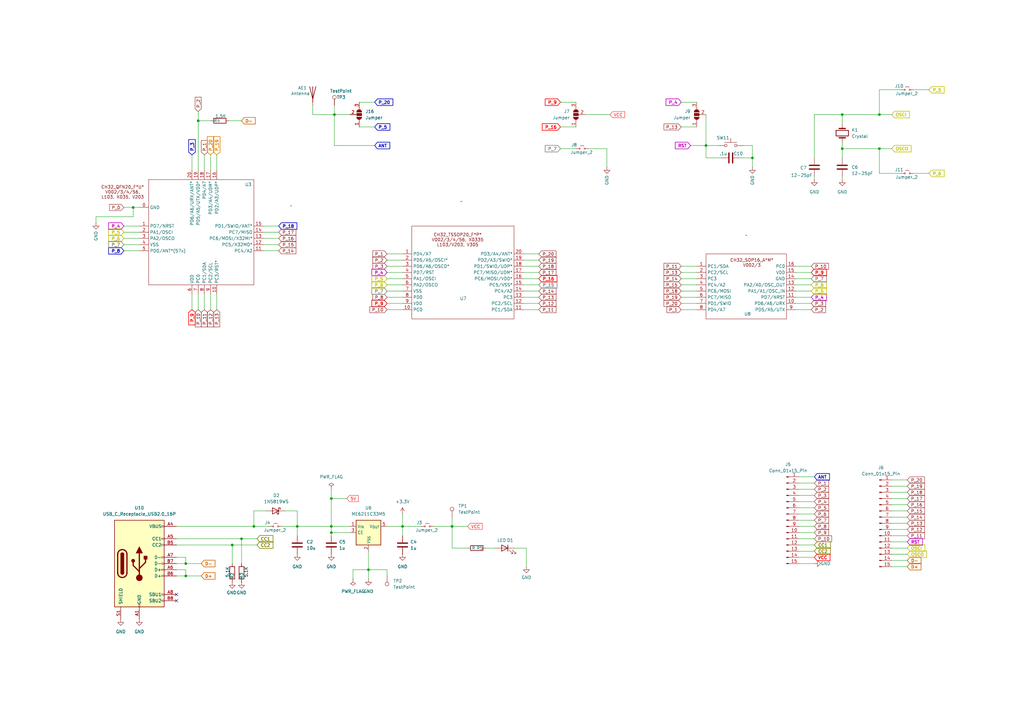
<source format=kicad_sch>
(kicad_sch (version 20250114) (generator "eeschema") (generator_version "9.0")
  (paper "A3")
  (lib_symbols
    (symbol "Connector:Conn_01x15_Pin" (pin_names (offset 1.016) (hide yes))
      (property "Reference" "J" (at 0 20.32 0))
      (property "Value" "Conn_01x15_Pin" (at 0 -20.32 0))
      (symbol "Conn_01x15_Pin_1_1"
        (pin passive line (at 5.08 17.78 180) (length 3.81) (name "Pin_1") (number "1"))
        (pin passive line (at 5.08 15.24 180) (length 3.81) (name "Pin_2") (number "2"))
        (pin passive line (at 5.08 12.7 180) (length 3.81) (name "Pin_3") (number "3"))
        (pin passive line (at 5.08 10.16 180) (length 3.81) (name "Pin_4") (number "4"))
        (pin passive line (at 5.08 7.62 180) (length 3.81) (name "Pin_5") (number "5"))
        (pin passive line (at 5.08 5.08 180) (length 3.81) (name "Pin_6") (number "6"))
        (pin passive line (at 5.08 2.54 180) (length 3.81) (name "Pin_7") (number "7"))
        (pin passive line (at 5.08 0 180) (length 3.81) (name "Pin_8") (number "8"))
        (pin passive line (at 5.08 -2.54 180) (length 3.81) (name "Pin_9") (number "9"))
        (pin passive line (at 5.08 -5.08 180) (length 3.81) (name "Pin_10") (number "10"))
        (pin passive line (at 5.08 -7.62 180) (length 3.81) (name "Pin_11") (number "11"))
        (pin passive line (at 5.08 -10.16 180) (length 3.81) (name "Pin_12") (number "12"))
        (pin passive line (at 5.08 -12.7 180) (length 3.81) (name "Pin_13") (number "13"))
        (pin passive line (at 5.08 -15.24 180) (length 3.81) (name "Pin_14") (number "14"))
        (pin passive line (at 5.08 -17.78 180) (length 3.81) (name "Pin_15") (number "15"))
      )
    )
    (symbol "Connector:TestPoint" (pin_numbers (hide yes)) (pin_names (offset 0.762) (hide yes))
      (property "Reference" "TP" (at 0 6.858 0))
      (property "Value" "TestPoint" (at 0 5.08 0))
      (symbol "TestPoint_1_1"
        (pin passive line (at 0 0 90) (length 2.54) (name "1") (number "1"))
      )
    )
    (symbol "Connector:USB_C_Receptacle_USB2.0_16P" (pin_names (offset 1.016))
      (property "Reference" "J" (at 0 22.225 0))
      (property "Value" "USB_C_Receptacle_USB2.0_16P" (at 0 19.685 0))
      (symbol "USB_C_Receptacle_USB2.0_16P_1_1"
        (pin passive line (at -7.62 -22.86 90) (length 5.08) (name "SHIELD") (number "S1"))
        (pin passive line (at 0 -22.86 90) (length 5.08) (name "GND") (number "A1"))
        (pin passive line (at 0 -22.86 90) (length 5.08) (hide yes) (name "GND") (number "A12"))
        (pin passive line (at 0 -22.86 90) (length 5.08) (hide yes) (name "GND") (number "B1"))
        (pin passive line (at 0 -22.86 90) (length 5.08) (hide yes) (name "GND") (number "B12"))
        (pin passive line (at 15.24 15.24 180) (length 5.08) (name "VBUS") (number "A4"))
        (pin passive line (at 15.24 15.24 180) (length 5.08) (hide yes) (name "VBUS") (number "A9"))
        (pin passive line (at 15.24 15.24 180) (length 5.08) (hide yes) (name "VBUS") (number "B4"))
        (pin passive line (at 15.24 15.24 180) (length 5.08) (hide yes) (name "VBUS") (number "B9"))
        (pin bidirectional line (at 15.24 10.16 180) (length 5.08) (name "CC1") (number "A5"))
        (pin bidirectional line (at 15.24 7.62 180) (length 5.08) (name "CC2") (number "B5"))
        (pin bidirectional line (at 15.24 2.54 180) (length 5.08) (name "D-") (number "A7"))
        (pin bidirectional line (at 15.24 0 180) (length 5.08) (name "D-") (number "B7"))
        (pin bidirectional line (at 15.24 -2.54 180) (length 5.08) (name "D+") (number "A6"))
        (pin bidirectional line (at 15.24 -5.08 180) (length 5.08) (name "D+") (number "B6"))
        (pin bidirectional line (at 15.24 -12.7 180) (length 5.08) (name "SBU1") (number "A8"))
        (pin bidirectional line (at 15.24 -15.24 180) (length 5.08) (name "SBU2") (number "B8"))
      )
    )
    (symbol "Device:Antenna" (pin_numbers (hide yes)) (pin_names (offset 1.016) (hide yes))
      (property "Reference" "AE" (at -1.905 1.905 0))
      (property "Value" "Antenna" (at -1.905 0 0))
      (symbol "Antenna_1_1"
        (pin input line (at 0 -5.08 90) (length 2.54) (name "A") (number "1"))
      )
    )
    (symbol "Device:C" (pin_numbers (hide yes)) (pin_names (offset 0.254))
      (property "Reference" "C" (at 0.635 2.54 0))
      (property "Value" "C" (at 0.635 -2.54 0))
      (symbol "C_1_1"
        (pin passive line (at 0 3.81 270) (length 2.794) (name "~") (number "1"))
        (pin passive line (at 0 -3.81 90) (length 2.794) (name "~") (number "2"))
      )
    )
    (symbol "Device:Crystal" (pin_numbers (hide yes)) (pin_names (offset 1.016) (hide yes))
      (property "Reference" "Y" (at 0 3.81 0))
      (property "Value" "Crystal" (at 0 -3.81 0))
      (symbol "Crystal_1_1"
        (pin passive line (at -3.81 0 0) (length 1.27) (name "1") (number "1"))
        (pin passive line (at 3.81 0 180) (length 1.27) (name "2") (number "2"))
      )
    )
    (symbol "Device:LED" (pin_numbers (hide yes)) (pin_names (offset 1.016) (hide yes))
      (property "Reference" "D" (at 0 2.54 0))
      (property "Value" "LED" (at 0 -2.54 0))
      (symbol "LED_1_1"
        (pin passive line (at -3.81 0 0) (length 2.54) (name "K") (number "1"))
        (pin passive line (at 3.81 0 180) (length 2.54) (name "A") (number "2"))
      )
    )
    (symbol "Device:R" (pin_numbers (hide yes)) (pin_names (offset 0))
      (property "Reference" "R" (at 2.032 0 90))
      (property "Value" "R" (at 0 0 90))
      (symbol "R_1_1"
        (pin passive line (at 0 3.81 270) (length 1.27) (name "~") (number "1"))
        (pin passive line (at 0 -3.81 90) (length 1.27) (name "~") (number "2"))
      )
    )
    (symbol "Diode:1N5819WS" (pin_numbers (hide yes)) (pin_names (offset 1.016) (hide yes))
      (property "Reference" "D" (at 0 2.54 0))
      (property "Value" "1N5819WS" (at 0 -2.54 0))
      (symbol "1N5819WS_1_1"
        (pin passive line (at -3.81 0 0) (length 2.54) (name "K") (number "1"))
        (pin passive line (at 3.81 0 180) (length 2.54) (name "A") (number "2"))
      )
    )
    (symbol "GND_1" (power) (pin_numbers (hide yes)) (pin_names (offset 0) (hide yes))
      (property "Value" "GND" (at 0 -3.81 0))
      (symbol "GND_1_1_1"
        (pin power_in line (at 0 0 270) (length 0) (name "~") (number "1"))
      )
    )
    (symbol "IOT-Mess:CH32_QFN20_F*U*"
      (property "Reference" "U" (at -1.524 -7.874 0))
      (symbol "CH32_QFN20_F*U*_1_1"
        (text "CH32_QFN20_F*U*\nV002/3/4/56,\nL103, X035, V203\n" (at -33.528 16.51 0) (effects (font (size 1.27 1.27))))
        (pin bidirectional line (at -26.67 10.16 0) (length 3.81) (name "GND") (number "0"))
        (pin bidirectional line (at -26.67 2.54 0) (length 3.81) (name "PD7/NRST") (number "1"))
        (pin bidirectional line (at -26.67 0 0) (length 3.81) (name "PA1/OSCI") (number "2"))
        (pin bidirectional line (at -26.67 -2.54 0) (length 3.81) (name "PA2/OSCO") (number "3"))
        (pin bidirectional line (at -26.67 -5.08 0) (length 3.81) (name "VSS") (number "4"))
        (pin bidirectional line (at -26.67 -7.62 0) (length 3.81) (name "PD0/ANT*(57x)") (number "5"))
        (pin bidirectional line (at -5.08 25.4 270) (length 3.81) (name "PD6/A6/URX/ANT*") (number "20"))
        (pin bidirectional line (at -5.08 -25.4 90) (length 3.81) (name "VDD") (number "6"))
        (pin bidirectional line (at -2.54 25.4 270) (length 3.81) (name "PD5/A5/UTX/VDD*") (number "19"))
        (pin bidirectional line (at -2.54 -25.4 90) (length 3.81) (name "PC0") (number "7"))
        (pin bidirectional line (at 0 25.4 270) (length 3.81) (name "PD4/A7") (number "18"))
        (pin bidirectional line (at 0 -25.4 90) (length 3.81) (name "PC1/SDA") (number "8"))
        (pin bidirectional line (at 2.54 25.4 270) (length 3.81) (name "PD3/A4/UDM*") (number "17"))
        (pin bidirectional line (at 2.54 -25.4 90) (length 3.81) (name "PC2/SCL") (number "9"))
        (pin bidirectional line (at 5.08 25.4 270) (length 3.81) (name "PD2/A3/UDP*") (number "16"))
        (pin bidirectional line (at 5.08 -25.4 90) (length 3.81) (name "PC3/RST*") (number "10"))
        (pin bidirectional line (at 24.13 2.54 180) (length 3.81) (name "PD1/SWIO/ANT*") (number "15"))
        (pin bidirectional line (at 24.13 0 180) (length 3.81) (name "PC7/MISO") (number "14"))
        (pin bidirectional line (at 24.13 -2.54 180) (length 3.81) (name "PC6/MOSI/X32MI*") (number "13"))
        (pin bidirectional line (at 24.13 -5.08 180) (length 3.81) (name "PC5/X32MO*") (number "12"))
        (pin bidirectional line (at 24.13 -7.62 180) (length 3.81) (name "PC4/A2") (number "11"))
      )
    )
    (symbol "IOT-Mess:CH32_SOP16_A*M*"
      (property "Reference" "U" (at -0.254 -11.938 0))
      (symbol "CH32_SOP16_A*M*_1_1"
        (text "CH32_SOP16_A*M*\nV002/3\n" (at 2.286 9.144 0) (effects (font (size 1.27 1.27))))
        (pin bidirectional line (at -20.32 7.62 0) (length 3.81) (name "PC1/SDA") (number "1"))
        (pin bidirectional line (at -20.32 5.08 0) (length 3.81) (name "PC2/SCL") (number "2"))
        (pin bidirectional line (at -20.32 2.54 0) (length 3.81) (name "PC3") (number "3"))
        (pin bidirectional line (at -20.32 0 0) (length 3.81) (name "PC4/A2") (number "4"))
        (pin bidirectional line (at -20.32 -2.54 0) (length 3.81) (name "PC6/MOSI") (number "5"))
        (pin bidirectional line (at -20.32 -5.08 0) (length 3.81) (name "PC7/MISO") (number "6"))
        (pin bidirectional line (at -20.32 -7.62 0) (length 3.81) (name "PD1/SWIO") (number "7"))
        (pin bidirectional line (at -20.32 -10.16 0) (length 3.81) (name "PD4/A7") (number "8"))
        (pin bidirectional line (at 20.32 7.62 180) (length 3.81) (name "PC0") (number "16"))
        (pin bidirectional line (at 20.32 5.08 180) (length 3.81) (name "VDD") (number "15"))
        (pin bidirectional line (at 20.32 2.54 180) (length 3.81) (name "GND") (number "14"))
        (pin bidirectional line (at 20.32 0 180) (length 3.81) (name "PA2/A0/OSC_OUT") (number "13"))
        (pin bidirectional line (at 20.32 -2.54 180) (length 3.81) (name "PA1/A1/OSC_IN") (number "12"))
        (pin bidirectional line (at 20.32 -5.08 180) (length 3.81) (name "PD7/NRST") (number "11"))
        (pin bidirectional line (at 20.32 -7.62 180) (length 3.81) (name "PD6/A6/URX") (number "10"))
        (pin bidirectional line (at 20.32 -10.16 180) (length 3.81) (name "PD5/A5/UTX") (number "9"))
      )
    )
    (symbol "IOT-Mess:CH32_TSSOP20_F*P*"
      (property "Reference" "U" (at 14.732 15.748 0))
      (symbol "CH32_TSSOP20_F*P*_1_1"
        (text "CH32_TSSOP20_F*P*\nV002/3/4/56, X0335\nL103/V203, V305\n" (at -1.524 13.462 0) (effects (font (size 1.27 1.27))))
        (pin bidirectional line (at -24.13 7.62 0) (length 3.81) (name "PD4/A7") (number "1"))
        (pin bidirectional line (at -24.13 5.08 0) (length 3.81) (name "PD5/A5/OSCI*") (number "2"))
        (pin bidirectional line (at -24.13 2.54 0) (length 3.81) (name "PD6/A6/OSCO*") (number "3"))
        (pin bidirectional line (at -24.13 0 0) (length 3.81) (name "PD7/RST") (number "4"))
        (pin bidirectional line (at -24.13 -2.54 0) (length 3.81) (name "PA1/OSCI") (number "5"))
        (pin bidirectional line (at -24.13 -5.08 0) (length 3.81) (name "PA2/OSCO") (number "6"))
        (pin bidirectional line (at -24.13 -7.62 0) (length 3.81) (name "VSS") (number "7"))
        (pin bidirectional line (at -24.13 -10.16 0) (length 3.81) (name "PD0") (number "8"))
        (pin bidirectional line (at -24.13 -12.7 0) (length 3.81) (name "VDD") (number "9"))
        (pin bidirectional line (at -24.13 -15.24 0) (length 3.81) (name "PC0") (number "10"))
        (pin bidirectional line (at 25.4 7.62 180) (length 3.81) (name "PD3/A4/ANT*") (number "20"))
        (pin bidirectional line (at 25.4 5.08 180) (length 3.81) (name "PD2/A3/SWIO*") (number "19"))
        (pin bidirectional line (at 25.4 2.54 180) (length 3.81) (name "PD1/SWIO/UDP*") (number "18"))
        (pin bidirectional line (at 25.4 0 180) (length 3.81) (name "PC7/MISO/UDM*") (number "17"))
        (pin bidirectional line (at 25.4 -2.54 180) (length 3.81) (name "PC6/MOSI/VDD*") (number "16"))
        (pin bidirectional line (at 25.4 -5.08 180) (length 3.81) (name "PC5/VSS*") (number "15"))
        (pin bidirectional line (at 25.4 -7.62 180) (length 3.81) (name "PC4/A2") (number "14"))
        (pin bidirectional line (at 25.4 -10.16 180) (length 3.81) (name "PC3") (number "13"))
        (pin bidirectional line (at 25.4 -12.7 180) (length 3.81) (name "PC2/SCL") (number "12"))
        (pin bidirectional line (at 25.4 -15.24 180) (length 3.81) (name "PC1/SDA") (number "11"))
      )
    )
    (symbol "Jumper:Jumper_2_Small_Open" (pin_numbers (hide yes)) (pin_names (offset 0) (hide yes))
      (property "Reference" "JP" (at 0 2.794 0))
      (property "Value" "Jumper_2_Small_Open" (at 0 -2.286 0))
      (symbol "Jumper_2_Small_Open_1_1"
        (pin passive line (at -2.54 0 0) (length 1.27) (name "A") (number "1"))
        (pin passive line (at 2.54 0 180) (length 1.27) (name "B") (number "2"))
      )
    )
    (symbol "Jumper:SolderJumper_3_Open" (pin_names (offset 0) (hide yes)) (in_bom no)
      (property "Reference" "JP" (at -2.54 -2.54 0))
      (property "Value" "SolderJumper_3_Open" (at 0 2.794 0))
      (symbol "SolderJumper_3_Open_1_1"
        (pin passive line (at -5.08 0 0) (length 2.54) (name "A") (number "1"))
        (pin passive line (at 0 -3.81 90) (length 2.54) (name "C") (number "2"))
        (pin passive line (at 5.08 0 180) (length 2.54) (name "B") (number "3"))
      )
    )
    (symbol "Regulator_Linear:ME6211C33M5"
      (property "Reference" "U" (at -4.572 6.35 0))
      (property "Value" "ME6211C33M5" (at 10.16 8.636 0))
      (symbol "ME6211C33M5_1_1"
        (pin power_in line (at -7.62 2.54 0) (length 2.54) (name "V_{IN}") (number "1"))
        (pin input line (at -7.62 0 0) (length 2.54) (name "CE") (number "3"))
        (pin power_in line (at 0 -7.62 90) (length 2.54) (name "V_{SS}") (number "2"))
        (pin no_connect line (at 5.08 0 180) (length 2.54) (hide yes) (name "NC") (number "4"))
        (pin power_out line (at 7.62 2.54 180) (length 2.54) (name "V_{OUT}") (number "5"))
      )
    )
    (symbol "Switch:SW_Push" (pin_numbers (hide yes)) (pin_names (offset 1.016) (hide yes))
      (property "Reference" "SW" (at 1.27 2.54 0))
      (property "Value" "SW_Push" (at 0 -1.524 0))
      (symbol "SW_Push_0_1"
        (pin passive line (at -5.08 0 0) (length 2.54) (name "1") (number "1"))
        (pin passive line (at 5.08 0 180) (length 2.54) (name "2") (number "2"))
      )
    )
    (symbol "power:+3.3V" (power) (pin_numbers (hide yes)) (pin_names (offset 0) (hide yes))
      (property "Value" "+3.3V" (at 0 3.556 0))
      (symbol "+3.3V_1_1"
        (pin power_in line (at 0 0 90) (length 0) (name "~") (number "1"))
      )
    )
    (symbol "power:GND" (power) (pin_names (offset 0))
      (property "Value" "GND" (at 0 -3.81 0))
      (symbol "GND_1_1"
        (pin power_in line (at 0 0 270) (length 0) (hide yes) (name "GND") (number "1"))
      )
    )
    (symbol "power:PWR_FLAG" (power) (pin_numbers (hide yes)) (pin_names (offset 0) (hide yes))
      (property "Value" "PWR_FLAG" (at 0 3.81 0))
      (symbol "PWR_FLAG_0_0"
        (pin power_out line (at 0 0 90) (length 0) (name "~") (number "1"))
      )
    )
  )
  (junction (at 345.44 60.96))
  (junction (at 95.25 223.52))
  (junction (at 151.13 233.68))
  (junction (at 360.68 46.99))
  (junction (at 76.2 236.22))
  (junction (at 135.89 204.47))
  (junction (at 289.56 59.69))
  (junction (at 308.61 64.77))
  (junction (at 76.2 231.14))
  (junction (at 99.06 220.98))
  (junction (at 345.44 46.99))
  (junction (at 165.1 215.9))
  (junction (at 360.68 60.96))
  (junction (at 137.16 46.99))
  (junction (at 121.92 215.9))
  (junction (at 54.61 85.09))
  (junction (at 185.42 215.9))
  (junction (at 81.28 49.53))
  (junction (at 135.89 218.44))
  (junction (at 104.14 215.9))
  (junction (at 135.89 215.9))
  (no_connect (at 72.39 246.38))
  (no_connect (at 72.39 243.84))
  (wire (pts (xy 334.01 46.99) (xy 345.44 46.99)))
  (wire (pts (xy 279.4 121.92) (xy 285.75 121.92)))
  (wire (pts (xy 93.98 49.53) (xy 99.06 49.53)))
  (wire (pts (xy 72.39 233.68) (xy 76.2 233.68)))
  (wire (pts (xy 241.3 60.96) (xy 248.92 60.96)))
  (wire (pts (xy 107.95 92.71) (xy 114.3 92.71)))
  (wire (pts (xy 295.91 64.77) (xy 289.56 64.77)))
  (wire (pts (xy 345.44 60.96) (xy 345.44 64.77)))
  (wire (pts (xy 360.68 71.12) (xy 360.68 60.96)))
  (wire (pts (xy 165.1 104.14) (xy 158.75 104.14)))
  (wire (pts (xy 334.01 215.9) (xy 327.66 215.9)))
  (wire (pts (xy 285.75 116.84) (xy 279.4 116.84)))
  (wire (pts (xy 57.15 100.33) (xy 50.8 100.33)))
  (wire (pts (xy 72.39 231.14) (xy 76.2 231.14)))
  (wire (pts (xy 104.14 209.55) (xy 109.22 209.55)))
  (wire (pts (xy 369.57 71.12) (xy 360.68 71.12)))
  (wire (pts (xy 165.1 106.68) (xy 158.75 106.68)))
  (wire (pts (xy 137.16 43.18) (xy 137.16 46.99)))
  (wire (pts (xy 214.63 114.3) (xy 220.98 114.3)))
  (wire (pts (xy 142.24 204.47) (xy 135.89 204.47)))
  (wire (pts (xy 135.89 204.47) (xy 135.89 215.9)))
  (wire (pts (xy 334.01 208.28) (xy 327.66 208.28)))
  (wire (pts (xy 121.92 209.55) (xy 121.92 215.9)))
  (wire (pts (xy 308.61 64.77) (xy 303.53 64.77)))
  (wire (pts (xy 334.01 203.2) (xy 327.66 203.2)))
  (wire (pts (xy 72.39 228.6) (xy 76.2 228.6)))
  (wire (pts (xy 369.57 36.83) (xy 360.68 36.83)))
  (wire (pts (xy 214.63 111.76) (xy 220.98 111.76)))
  (wire (pts (xy 214.63 119.38) (xy 220.98 119.38)))
  (wire (pts (xy 372.11 207.01) (xy 365.76 207.01)))
  (wire (pts (xy 240.03 46.99) (xy 250.19 46.99)))
  (wire (pts (xy 372.11 199.39) (xy 365.76 199.39)))
  (wire (pts (xy 327.66 226.06) (xy 334.01 226.06)))
  (wire (pts (xy 345.44 58.42) (xy 345.44 60.96)))
  (wire (pts (xy 57.15 102.87) (xy 50.8 102.87)))
  (wire (pts (xy 308.61 68.58) (xy 308.61 64.77)))
  (wire (pts (xy 214.63 124.46) (xy 220.98 124.46)))
  (wire (pts (xy 107.95 97.79) (xy 114.3 97.79)))
  (wire (pts (xy 285.75 114.3) (xy 279.4 114.3)))
  (wire (pts (xy 137.16 59.69) (xy 137.16 46.99)))
  (wire (pts (xy 88.9 127) (xy 88.9 120.65)))
  (wire (pts (xy 285.75 124.46) (xy 279.4 124.46)))
  (wire (pts (xy 185.42 212.09) (xy 185.42 215.9)))
  (wire (pts (xy 365.76 229.87) (xy 372.11 229.87)))
  (wire (pts (xy 39.37 88.9) (xy 54.61 88.9)))
  (wire (pts (xy 229.87 52.07) (xy 236.22 52.07)))
  (wire (pts (xy 99.06 220.98) (xy 105.41 220.98)))
  (wire (pts (xy 172.72 215.9) (xy 165.1 215.9)))
  (wire (pts (xy 365.76 227.33) (xy 372.11 227.33)))
  (wire (pts (xy 334.01 210.82) (xy 327.66 210.82)))
  (wire (pts (xy 151.13 233.68) (xy 151.13 237.49)))
  (wire (pts (xy 360.68 36.83) (xy 360.68 46.99)))
  (wire (pts (xy 185.42 224.79) (xy 185.42 215.9)))
  (wire (pts (xy 334.01 72.39) (xy 334.01 73.66)))
  (wire (pts (xy 345.44 60.96) (xy 360.68 60.96)))
  (wire (pts (xy 326.39 121.92) (xy 332.74 121.92)))
  (wire (pts (xy 95.25 223.52) (xy 95.25 231.14)))
  (wire (pts (xy 326.39 114.3) (xy 332.74 114.3)))
  (wire (pts (xy 308.61 59.69) (xy 304.8 59.69)))
  (wire (pts (xy 372.11 212.09) (xy 365.76 212.09)))
  (wire (pts (xy 57.15 95.25) (xy 50.8 95.25)))
  (wire (pts (xy 95.25 223.52) (xy 105.41 223.52)))
  (wire (pts (xy 81.28 127) (xy 81.28 120.65)))
  (wire (pts (xy 107.95 102.87) (xy 114.3 102.87)))
  (wire (pts (xy 115.57 215.9) (xy 121.92 215.9)))
  (wire (pts (xy 345.44 46.99) (xy 360.68 46.99)))
  (wire (pts (xy 326.39 116.84) (xy 332.74 116.84)))
  (wire (pts (xy 334.01 231.14) (xy 327.66 231.14)))
  (wire (pts (xy 289.56 59.69) (xy 283.21 59.69)))
  (wire (pts (xy 165.1 114.3) (xy 158.75 114.3)))
  (wire (pts (xy 137.16 46.99) (xy 143.51 46.99)))
  (wire (pts (xy 360.68 46.99) (xy 365.76 46.99)))
  (wire (pts (xy 365.76 224.79) (xy 372.11 224.79)))
  (wire (pts (xy 39.37 88.9) (xy 39.37 91.44)))
  (wire (pts (xy 165.1 121.92) (xy 158.75 121.92)))
  (wire (pts (xy 88.9 69.85) (xy 88.9 63.5)))
  (wire (pts (xy 365.76 232.41) (xy 372.11 232.41)))
  (wire (pts (xy 214.63 104.14) (xy 220.98 104.14)))
  (wire (pts (xy 107.95 95.25) (xy 114.3 95.25)))
  (wire (pts (xy 72.39 236.22) (xy 76.2 236.22)))
  (wire (pts (xy 214.63 106.68) (xy 220.98 106.68)))
  (wire (pts (xy 214.63 116.84) (xy 220.98 116.84)))
  (wire (pts (xy 50.8 85.09) (xy 54.61 85.09)))
  (wire (pts (xy 372.11 209.55) (xy 365.76 209.55)))
  (wire (pts (xy 372.11 196.85) (xy 365.76 196.85)))
  (wire (pts (xy 327.66 228.6) (xy 334.01 228.6)))
  (wire (pts (xy 334.01 213.36) (xy 327.66 213.36)))
  (wire (pts (xy 294.64 59.69) (xy 289.56 59.69)))
  (wire (pts (xy 151.13 226.06) (xy 151.13 233.68)))
  (wire (pts (xy 165.1 210.82) (xy 165.1 215.9)))
  (wire (pts (xy 345.44 72.39) (xy 345.44 73.66)))
  (wire (pts (xy 289.56 59.69) (xy 289.56 64.77)))
  (wire (pts (xy 128.27 46.99) (xy 128.27 43.18)))
  (wire (pts (xy 372.11 201.93) (xy 365.76 201.93)))
  (wire (pts (xy 229.87 41.91) (xy 236.22 41.91)))
  (wire (pts (xy 214.63 121.92) (xy 220.98 121.92)))
  (wire (pts (xy 365.76 222.25) (xy 372.11 222.25)))
  (wire (pts (xy 135.89 200.66) (xy 135.89 204.47)))
  (wire (pts (xy 248.92 60.96) (xy 248.92 68.58)))
  (wire (pts (xy 81.28 69.85) (xy 81.28 49.53)))
  (wire (pts (xy 135.89 218.44) (xy 135.89 215.9)))
  (wire (pts (xy 72.39 215.9) (xy 104.14 215.9)))
  (wire (pts (xy 327.66 195.58) (xy 334.01 195.58)))
  (wire (pts (xy 72.39 220.98) (xy 99.06 220.98)))
  (wire (pts (xy 372.11 214.63) (xy 365.76 214.63)))
  (wire (pts (xy 326.39 119.38) (xy 332.74 119.38)))
  (wire (pts (xy 215.9 232.41) (xy 215.9 224.79)))
  (wire (pts (xy 326.39 124.46) (xy 332.74 124.46)))
  (wire (pts (xy 104.14 215.9) (xy 110.49 215.9)))
  (wire (pts (xy 76.2 236.22) (xy 82.55 236.22)))
  (wire (pts (xy 326.39 111.76) (xy 332.74 111.76)))
  (wire (pts (xy 81.28 49.53) (xy 86.36 49.53)))
  (wire (pts (xy 285.75 111.76) (xy 279.4 111.76)))
  (wire (pts (xy 135.89 219.71) (xy 135.89 218.44)))
  (wire (pts (xy 214.63 109.22) (xy 220.98 109.22)))
  (wire (pts (xy 158.75 233.68) (xy 151.13 233.68)))
  (wire (pts (xy 54.61 88.9) (xy 54.61 85.09)))
  (wire (pts (xy 135.89 218.44) (xy 143.51 218.44)))
  (wire (pts (xy 57.15 92.71) (xy 50.8 92.71)))
  (wire (pts (xy 360.68 60.96) (xy 365.76 60.96)))
  (wire (pts (xy 285.75 127) (xy 279.4 127)))
  (wire (pts (xy 144.78 233.68) (xy 151.13 233.68)))
  (wire (pts (xy 158.75 236.22) (xy 158.75 233.68)))
  (wire (pts (xy 165.1 116.84) (xy 158.75 116.84)))
  (wire (pts (xy 121.92 219.71) (xy 121.92 215.9)))
  (wire (pts (xy 372.11 217.17) (xy 365.76 217.17)))
  (wire (pts (xy 374.65 36.83) (xy 381 36.83)))
  (wire (pts (xy 327.66 223.52) (xy 334.01 223.52)))
  (wire (pts (xy 285.75 119.38) (xy 279.4 119.38)))
  (wire (pts (xy 203.2 224.79) (xy 199.39 224.79)))
  (wire (pts (xy 144.78 233.68) (xy 144.78 237.49)))
  (wire (pts (xy 165.1 127) (xy 158.75 127)))
  (wire (pts (xy 214.63 127) (xy 220.98 127)))
  (wire (pts (xy 86.36 127) (xy 86.36 120.65)))
  (wire (pts (xy 279.4 109.22) (xy 285.75 109.22)))
  (wire (pts (xy 147.32 41.91) (xy 153.67 41.91)))
  (wire (pts (xy 374.65 71.12) (xy 381 71.12)))
  (wire (pts (xy 334.01 205.74) (xy 327.66 205.74)))
  (wire (pts (xy 334.01 220.98) (xy 327.66 220.98)))
  (wire (pts (xy 99.06 220.98) (xy 99.06 231.14)))
  (wire (pts (xy 165.1 215.9) (xy 165.1 219.71)))
  (wire (pts (xy 334.01 200.66) (xy 327.66 200.66)))
  (wire (pts (xy 165.1 109.22) (xy 158.75 109.22)))
  (wire (pts (xy 137.16 59.69) (xy 153.67 59.69)))
  (wire (pts (xy 326.39 127) (xy 332.74 127)))
  (wire (pts (xy 191.77 224.79) (xy 185.42 224.79)))
  (wire (pts (xy 116.84 209.55) (xy 121.92 209.55)))
  (wire (pts (xy 177.8 215.9) (xy 185.42 215.9)))
  (wire (pts (xy 83.82 127) (xy 83.82 120.65)))
  (wire (pts (xy 128.27 46.99) (xy 137.16 46.99)))
  (wire (pts (xy 165.1 119.38) (xy 158.75 119.38)))
  (wire (pts (xy 78.74 127) (xy 78.74 120.65)))
  (wire (pts (xy 158.75 124.46) (xy 165.1 124.46)))
  (wire (pts (xy 83.82 69.85) (xy 83.82 63.5)))
  (wire (pts (xy 76.2 231.14) (xy 82.55 231.14)))
  (wire (pts (xy 308.61 59.69) (xy 308.61 64.77)))
  (wire (pts (xy 215.9 224.79) (xy 210.82 224.79)))
  (wire (pts (xy 81.28 49.53) (xy 81.28 45.72)))
  (wire (pts (xy 72.39 223.52) (xy 95.25 223.52)))
  (wire (pts (xy 78.74 69.85) (xy 78.74 63.5)))
  (wire (pts (xy 57.15 97.79) (xy 50.8 97.79)))
  (wire (pts (xy 165.1 111.76) (xy 158.75 111.76)))
  (wire (pts (xy 158.75 215.9) (xy 165.1 215.9)))
  (wire (pts (xy 107.95 100.33) (xy 114.3 100.33)))
  (wire (pts (xy 86.36 69.85) (xy 86.36 63.5)))
  (wire (pts (xy 229.87 60.96) (xy 236.22 60.96)))
  (wire (pts (xy 185.42 215.9) (xy 191.77 215.9)))
  (wire (pts (xy 334.01 218.44) (xy 327.66 218.44)))
  (wire (pts (xy 279.4 52.07) (xy 285.75 52.07)))
  (wire (pts (xy 104.14 209.55) (xy 104.14 215.9)))
  (wire (pts (xy 345.44 46.99) (xy 345.44 50.8)))
  (wire (pts (xy 334.01 64.77) (xy 334.01 46.99)))
  (wire (pts (xy 54.61 85.09) (xy 57.15 85.09)))
  (wire (pts (xy 289.56 46.99) (xy 289.56 59.69)))
  (wire (pts (xy 121.92 215.9) (xy 135.89 215.9)))
  (wire (pts (xy 334.01 198.12) (xy 327.66 198.12)))
  (wire (pts (xy 147.32 52.07) (xy 153.67 52.07)))
  (wire (pts (xy 135.89 215.9) (xy 143.51 215.9)))
  (wire (pts (xy 76.2 236.22) (xy 76.2 233.68)))
  (wire (pts (xy 76.2 231.14) (xy 76.2 228.6)))
  (wire (pts (xy 372.11 204.47) (xy 365.76 204.47)))
  (wire (pts (xy 326.39 109.22) (xy 332.74 109.22)))
  (wire (pts (xy 285.75 41.91) (xy 279.4 41.91)))
  (wire (pts (xy 372.11 219.71) (xy 365.76 219.71)))
  (global_label "D+" (shape input) (at 82.55 236.22 0) (effects (font (thickness 0.254) (bold yes))) (property "Intersheetrefs" "${INTERSHEET_REFS}" (effects (hide yes))))
  (global_label "P_20" (shape input) (at 372.11 196.85 0) (property "Intersheetrefs" "${INTERSHEET_REFS}" (effects (hide yes))))
  (global_label "P_14" (shape input) (at 372.11 212.09 0) (property "Intersheetrefs" "${INTERSHEET_REFS}" (effects (hide yes))))
  (global_label "P_3" (shape input) (at 334.01 203.2 0) (property "Intersheetrefs" "${INTERSHEET_REFS}" (effects (hide yes))))
  (global_label "RST" (shape input) (at 283.21 59.69 180) (effects (font (thickness 0.254) (bold yes))) (property "Intersheetrefs" "${INTERSHEET_REFS}" (effects (hide yes))))
  (global_label "P_0" (shape input) (at 50.8 85.09 180) (property "Intersheetrefs" "${INTERSHEET_REFS}" (effects (hide yes))))
  (global_label "CC2" (shape input) (at 334.01 226.06 0) (effects (font (thickness 0.254) (bold yes))) (property "Intersheetrefs" "${INTERSHEET_REFS}" (effects (hide yes))))
  (global_label "D-" (shape input) (at 99.06 49.53 0) (effects (font (thickness 0.254) (bold yes))) (property "Intersheetrefs" "${INTERSHEET_REFS}" (effects (hide yes))))
  (global_label "P_7" (shape input) (at 229.87 60.96 180) (effects (font (thickness 0.254) (bold yes))) (property "Intersheetrefs" "${INTERSHEET_REFS}" (effects (hide yes))))
  (global_label "P_5" (shape input) (at 332.74 119.38 0) (effects (font (thickness 0.254) (bold yes))) (property "Intersheetrefs" "${INTERSHEET_REFS}" (effects (hide yes))))
  (global_label "D-" (shape input) (at 372.11 229.87 0) (effects (font (thickness 0.254) (bold yes))) (property "Intersheetrefs" "${INTERSHEET_REFS}" (effects (hide yes))))
  (global_label "P_7" (shape input) (at 332.74 114.3 0) (effects (font (thickness 0.254) (bold yes))) (property "Intersheetrefs" "${INTERSHEET_REFS}" (effects (hide yes))))
  (global_label "P_17" (shape input) (at 220.98 111.76 0) (effects (font (thickness 0.1588))) (property "Intersheetrefs" "${INTERSHEET_REFS}" (effects (hide yes))))
  (global_label "P_2" (shape input) (at 332.74 127 0) (effects (font (thickness 0.1588))) (property "Intersheetrefs" "${INTERSHEET_REFS}" (effects (hide yes))))
  (global_label "P_12" (shape input) (at 372.11 217.17 0) (property "Intersheetrefs" "${INTERSHEET_REFS}" (effects (hide yes))))
  (global_label "D-" (shape input) (at 82.55 231.14 0) (effects (font (thickness 0.254) (bold yes))) (property "Intersheetrefs" "${INTERSHEET_REFS}" (effects (hide yes))))
  (global_label "P_19" (shape input) (at 220.98 106.68 0) (effects (font (thickness 0.1588))) (property "Intersheetrefs" "${INTERSHEET_REFS}" (effects (hide yes))))
  (global_label "P_2" (shape input) (at 334.01 200.66 0) (property "Intersheetrefs" "${INTERSHEET_REFS}" (effects (hide yes))))
  (global_label "P_1" (shape input) (at 158.75 104.14 180) (effects (font (thickness 0.1588))) (property "Intersheetrefs" "${INTERSHEET_REFS}" (effects (hide yes))))
  (global_label "VCC" (shape input) (at 250.19 46.99 0) (property "Intersheetrefs" "${INTERSHEET_REFS}" (effects (hide yes))))
  (global_label "P_11" (shape input) (at 220.98 127 0) (effects (font (thickness 0.1588))) (property "Intersheetrefs" "${INTERSHEET_REFS}" (effects (hide yes))))
  (global_label "P_13" (shape input) (at 279.4 52.07 180) (effects (font (thickness 0.1588))) (property "Intersheetrefs" "${INTERSHEET_REFS}" (effects (hide yes))))
  (global_label "P_5" (shape input) (at 381 36.83 0) (effects (font (thickness 0.254) (bold yes))) (property "Intersheetrefs" "${INTERSHEET_REFS}" (effects (hide yes))))
  (global_label "P_15" (shape input) (at 114.3 100.33 0) (effects (font (thickness 0.1588))) (property "Intersheetrefs" "${INTERSHEET_REFS}" (effects (hide yes))))
  (global_label "P_9" (shape input) (at 334.01 218.44 0) (property "Intersheetrefs" "${INTERSHEET_REFS}" (effects (hide yes))))
  (global_label "RST" (shape input) (at 372.11 222.25 0) (effects (font (thickness 0.254) (bold yes))) (property "Intersheetrefs" "${INTERSHEET_REFS}" (effects (hide yes))))
  (global_label "VCC" (shape input) (at 334.01 228.6 0) (effects (font (thickness 0.254) (bold yes))) (property "Intersheetrefs" "${INTERSHEET_REFS}" (effects (hide yes))))
  (global_label "P_1" (shape input) (at 334.01 198.12 0) (property "Intersheetrefs" "${INTERSHEET_REFS}" (effects (hide yes))))
  (global_label "P_14" (shape input) (at 279.4 114.3 180) (effects (font (thickness 0.1588))) (property "Intersheetrefs" "${INTERSHEET_REFS}" (effects (hide yes))))
  (global_label "P_8" (shape input) (at 158.75 121.92 180) (effects (font (thickness 0.1588))) (property "Intersheetrefs" "${INTERSHEET_REFS}" (effects (hide yes))))
  (global_label "P_13" (shape input) (at 220.98 121.92 0) (effects (font (thickness 0.1588))) (property "Intersheetrefs" "${INTERSHEET_REFS}" (effects (hide yes))))
  (global_label "VCC" (shape input) (at 191.77 215.9 0) (property "Intersheetrefs" "${INTERSHEET_REFS}" (effects (hide yes))))
  (global_label "P_15" (shape input) (at 279.4 116.84 180) (effects (font (thickness 0.1588))) (property "Intersheetrefs" "${INTERSHEET_REFS}" (effects (hide yes))))
  (global_label "P_4" (shape input) (at 279.4 41.91 180) (effects (font (thickness 0.254) (bold yes))) (property "Intersheetrefs" "${INTERSHEET_REFS}" (effects (hide yes))))
  (global_label "P_13" (shape input) (at 88.9 127 270) (effects (font (thickness 0.1588))) (property "Intersheetrefs" "${INTERSHEET_REFS}" (effects (hide yes))))
  (global_label "P_16" (shape input) (at 229.87 52.07 180) (effects (font (thickness 0.254) (bold yes))) (property "Intersheetrefs" "${INTERSHEET_REFS}" (effects (hide yes))))
  (global_label "P_3" (shape input) (at 158.75 109.22 180) (effects (font (thickness 0.1588))) (property "Intersheetrefs" "${INTERSHEET_REFS}" (effects (hide yes))))
  (global_label "P_7" (shape input) (at 50.8 100.33 180) (effects (font (thickness 0.254) (bold yes))) (property "Intersheetrefs" "${INTERSHEET_REFS}" (effects (hide yes))))
  (global_label "P_9" (shape input) (at 78.74 127 270) (effects (font (thickness 0.254) (bold yes))) (property "Intersheetrefs" "${INTERSHEET_REFS}" (effects (hide yes))))
  (global_label "P_5" (shape input) (at 158.75 114.3 180) (effects (font (thickness 0.254) (bold yes))) (property "Intersheetrefs" "${INTERSHEET_REFS}" (effects (hide yes))))
  (global_label "P_11" (shape input) (at 372.11 219.71 0) (property "Intersheetrefs" "${INTERSHEET_REFS}" (effects (hide yes))))
  (global_label "D+" (shape input) (at 372.11 232.41 0) (effects (font (thickness 0.254) (bold yes))) (property "Intersheetrefs" "${INTERSHEET_REFS}" (effects (hide yes))))
  (global_label "P_18" (shape input) (at 279.4 119.38 180) (effects (font (thickness 0.1588))) (property "Intersheetrefs" "${INTERSHEET_REFS}" (effects (hide yes))))
  (global_label "ANT" (shape input) (at 153.67 59.69 0) (effects (font (thickness 0.254) (bold yes))) (property "Intersheetrefs" "${INTERSHEET_REFS}" (effects (hide yes))))
  (global_label "P_13" (shape input) (at 279.4 111.76 180) (effects (font (thickness 0.1588))) (property "Intersheetrefs" "${INTERSHEET_REFS}" (effects (hide yes))))
  (global_label "P_3" (shape input) (at 78.74 63.5 90) (effects (font (thickness 0.254) (bold yes))) (property "Intersheetrefs" "${INTERSHEET_REFS}" (effects (hide yes))))
  (global_label "CC1" (shape input) (at 334.01 223.52 0) (effects (font (thickness 0.254) (bold yes))) (property "Intersheetrefs" "${INTERSHEET_REFS}" (effects (hide yes))))
  (global_label "P_17" (shape input) (at 114.3 95.25 0) (effects (font (thickness 0.1588))) (property "Intersheetrefs" "${INTERSHEET_REFS}" (effects (hide yes))))
  (global_label "P_20" (shape input) (at 86.36 63.5 90) (effects (font (thickness 0.254) (bold yes))) (property "Intersheetrefs" "${INTERSHEET_REFS}" (effects (hide yes))))
  (global_label "P_16" (shape input) (at 372.11 207.01 0) (property "Intersheetrefs" "${INTERSHEET_REFS}" (effects (hide yes))))
  (global_label "P_13" (shape input) (at 372.11 214.63 0) (property "Intersheetrefs" "${INTERSHEET_REFS}" (effects (hide yes))))
  (global_label "P_6" (shape input) (at 332.74 116.84 0) (effects (font (thickness 0.254) (bold yes))) (property "Intersheetrefs" "${INTERSHEET_REFS}" (effects (hide yes))))
  (global_label "P_18" (shape input) (at 372.11 201.93 0) (property "Intersheetrefs" "${INTERSHEET_REFS}" (effects (hide yes))))
  (global_label "P_1" (shape input) (at 279.4 127 180) (effects (font (thickness 0.1588))) (property "Intersheetrefs" "${INTERSHEET_REFS}" (effects (hide yes))))
  (global_label "P_6" (shape input) (at 158.75 116.84 180) (effects (font (thickness 0.254) (bold yes))) (property "Intersheetrefs" "${INTERSHEET_REFS}" (effects (hide yes))))
  (global_label "OSCO" (shape input) (at 372.11 227.33 0) (effects (font (thickness 0.254) (bold yes))) (property "Intersheetrefs" "${INTERSHEET_REFS}" (effects (hide yes))))
  (global_label "P_4" (shape input) (at 332.74 121.92 0) (effects (font (thickness 0.254) (bold yes))) (property "Intersheetrefs" "${INTERSHEET_REFS}" (effects (hide yes))))
  (global_label "P_9" (shape input) (at 158.75 124.46 180) (effects (font (thickness 0.254) (bold yes))) (property "Intersheetrefs" "${INTERSHEET_REFS}" (effects (hide yes))))
  (global_label "5V" (shape input) (at 142.24 204.47 0) (property "Intersheetrefs" "${INTERSHEET_REFS}" (effects (hide yes))))
  (global_label "ANT" (shape input) (at 334.01 195.58 0) (effects (font (thickness 0.254) (bold yes))) (property "Intersheetrefs" "${INTERSHEET_REFS}" (effects (hide yes))))
  (global_label "OSCI" (shape input) (at 365.76 46.99 0) (effects (font (thickness 0.254) (bold yes))) (property "Intersheetrefs" "${INTERSHEET_REFS}" (effects (hide yes))))
  (global_label "P_5" (shape input) (at 153.67 52.07 0) (effects (font (thickness 0.254) (bold yes))) (property "Intersheetrefs" "${INTERSHEET_REFS}" (effects (hide yes))))
  (global_label "P_11" (shape input) (at 279.4 109.22 180) (effects (font (thickness 0.1588))) (property "Intersheetrefs" "${INTERSHEET_REFS}" (effects (hide yes))))
  (global_label "P_10" (shape input) (at 332.74 109.22 0) (effects (font (thickness 0.1588))) (property "Intersheetrefs" "${INTERSHEET_REFS}" (effects (hide yes))))
  (global_label "P_6" (shape input) (at 381 71.12 0) (effects (font (thickness 0.254) (bold yes))) (property "Intersheetrefs" "${INTERSHEET_REFS}" (effects (hide yes))))
  (global_label "P_10" (shape input) (at 81.28 127 270) (effects (font (thickness 0.1588))) (property "Intersheetrefs" "${INTERSHEET_REFS}" (effects (hide yes))))
  (global_label "P_1" (shape input) (at 83.82 63.5 90) (effects (font (thickness 0.1588))) (property "Intersheetrefs" "${INTERSHEET_REFS}" (effects (hide yes))))
  (global_label "OSCO" (shape input) (at 365.76 60.96 0) (effects (font (thickness 0.254) (bold yes))) (property "Intersheetrefs" "${INTERSHEET_REFS}" (effects (hide yes))))
  (global_label "P_8" (shape input) (at 50.8 102.87 180) (effects (font (thickness 0.254) (bold yes))) (property "Intersheetrefs" "${INTERSHEET_REFS}" (effects (hide yes))))
  (global_label "P_11" (shape input) (at 83.82 127 270) (effects (font (thickness 0.1588))) (property "Intersheetrefs" "${INTERSHEET_REFS}" (effects (hide yes))))
  (global_label "P_18" (shape input) (at 114.3 92.71 0) (effects (font (thickness 0.254) (bold yes))) (property "Intersheetrefs" "${INTERSHEET_REFS}" (effects (hide yes))))
  (global_label "P_12" (shape input) (at 86.36 127 270) (effects (font (thickness 0.1588))) (property "Intersheetrefs" "${INTERSHEET_REFS}" (effects (hide yes))))
  (global_label "OSCI" (shape input) (at 372.11 224.79 0) (effects (font (thickness 0.254) (bold yes))) (property "Intersheetrefs" "${INTERSHEET_REFS}" (effects (hide yes))))
  (global_label "P_19" (shape input) (at 372.11 199.39 0) (effects (font (thickness 0.1588))) (property "Intersheetrefs" "${INTERSHEET_REFS}" (effects (hide yes))))
  (global_label "P_17" (shape input) (at 372.11 204.47 0) (property "Intersheetrefs" "${INTERSHEET_REFS}" (effects (hide yes))))
  (global_label "P_3" (shape input) (at 332.74 124.46 0) (effects (font (thickness 0.1588))) (property "Intersheetrefs" "${INTERSHEET_REFS}" (effects (hide yes))))
  (global_label "P_4" (shape input) (at 50.8 92.71 180) (effects (font (thickness 0.254) (bold yes))) (property "Intersheetrefs" "${INTERSHEET_REFS}" (effects (hide yes))))
  (global_label "P_5" (shape input) (at 50.8 95.25 180) (effects (font (thickness 0.254) (bold yes))) (property "Intersheetrefs" "${INTERSHEET_REFS}" (effects (hide yes))))
  (global_label "CC2" (shape input) (at 105.41 223.52 0) (effects (font (thickness 0.254) (bold yes))) (property "Intersheetrefs" "${INTERSHEET_REFS}" (effects (hide yes))))
  (global_label "P_5" (shape input) (at 334.01 208.28 0) (property "Intersheetrefs" "${INTERSHEET_REFS}" (effects (hide yes))))
  (global_label "P_7" (shape input) (at 334.01 213.36 0) (property "Intersheetrefs" "${INTERSHEET_REFS}" (effects (hide yes))))
  (global_label "P_4" (shape input) (at 334.01 205.74 0) (property "Intersheetrefs" "${INTERSHEET_REFS}" (effects (hide yes))))
  (global_label "P_15" (shape input) (at 220.98 116.84 0) (effects (font (thickness 0.254) (bold yes))) (property "Intersheetrefs" "${INTERSHEET_REFS}" (effects (hide yes))))
  (global_label "P_19" (shape input) (at 88.9 63.5 90) (effects (font (thickness 0.254) (bold yes))) (property "Intersheetrefs" "${INTERSHEET_REFS}" (effects (hide yes))))
  (global_label "P_18" (shape input) (at 220.98 109.22 0) (effects (font (thickness 0.1588))) (property "Intersheetrefs" "${INTERSHEET_REFS}" (effects (hide yes))))
  (global_label "P_20" (shape input) (at 220.98 104.14 0) (effects (font (thickness 0.1588))) (property "Intersheetrefs" "${INTERSHEET_REFS}" (effects (hide yes))))
  (global_label "P_7" (shape input) (at 158.75 119.38 180) (effects (font (thickness 0.254) (bold yes))) (property "Intersheetrefs" "${INTERSHEET_REFS}" (effects (hide yes))))
  (global_label "P_10" (shape input) (at 334.01 220.98 0) (property "Intersheetrefs" "${INTERSHEET_REFS}" (effects (hide yes))))
  (global_label "P_6" (shape input) (at 334.01 210.82 0) (property "Intersheetrefs" "${INTERSHEET_REFS}" (effects (hide yes))))
  (global_label "P_20" (shape input) (at 153.67 41.91 0) (effects (font (thickness 0.254) (bold yes))) (property "Intersheetrefs" "${INTERSHEET_REFS}" (effects (hide yes))))
  (global_label "P_9" (shape input) (at 332.74 111.76 0) (effects (font (thickness 0.254) (bold yes))) (property "Intersheetrefs" "${INTERSHEET_REFS}" (effects (hide yes))))
  (global_label "P_15" (shape input) (at 372.11 209.55 0) (property "Intersheetrefs" "${INTERSHEET_REFS}" (effects (hide yes))))
  (global_label "P_20" (shape input) (at 279.4 124.46 180) (effects (font (thickness 0.1588))) (property "Intersheetrefs" "${INTERSHEET_REFS}" (effects (hide yes))))
  (global_label "P_9" (shape input) (at 229.87 41.91 180) (effects (font (thickness 0.254) (bold yes))) (property "Intersheetrefs" "${INTERSHEET_REFS}" (effects (hide yes))))
  (global_label "CC1" (shape input) (at 105.41 220.98 0) (effects (font (thickness 0.254) (bold yes))) (property "Intersheetrefs" "${INTERSHEET_REFS}" (effects (hide yes))))
  (global_label "P_4" (shape input) (at 158.75 111.76 180) (effects (font (thickness 0.254) (bold yes))) (property "Intersheetrefs" "${INTERSHEET_REFS}" (effects (hide yes))))
  (global_label "P_10" (shape input) (at 158.75 127 180) (effects (font (thickness 0.1588))) (property "Intersheetrefs" "${INTERSHEET_REFS}" (effects (hide yes))))
  (global_label "P_16" (shape input) (at 220.98 114.3 0) (effects (font (thickness 0.254) (bold yes))) (property "Intersheetrefs" "${INTERSHEET_REFS}" (effects (hide yes))))
  (global_label "P_6" (shape input) (at 50.8 97.79 180) (effects (font (thickness 0.254) (bold yes))) (property "Intersheetrefs" "${INTERSHEET_REFS}" (effects (hide yes))))
  (global_label "P_16" (shape input) (at 114.3 97.79 0) (effects (font (thickness 0.1588))) (property "Intersheetrefs" "${INTERSHEET_REFS}" (effects (hide yes))))
  (global_label "P_14" (shape input) (at 220.98 119.38 0) (effects (font (thickness 0.1588))) (property "Intersheetrefs" "${INTERSHEET_REFS}" (effects (hide yes))))
  (global_label "P_2" (shape input) (at 81.28 45.72 90) (effects (font (thickness 0.1588))) (property "Intersheetrefs" "${INTERSHEET_REFS}" (effects (hide yes))))
  (global_label "P_14" (shape input) (at 114.3 102.87 0) (effects (font (thickness 0.1588))) (property "Intersheetrefs" "${INTERSHEET_REFS}" (effects (hide yes))))
  (global_label "P_12" (shape input) (at 220.98 124.46 0) (effects (font (thickness 0.1588))) (property "Intersheetrefs" "${INTERSHEET_REFS}" (effects (hide yes))))
  (global_label "P_8" (shape input) (at 334.01 215.9 0) (property "Intersheetrefs" "${INTERSHEET_REFS}" (effects (hide yes))))
  (global_label "P_19" (shape input) (at 279.4 121.92 180) (effects (font (thickness 0.1588))) (property "Intersheetrefs" "${INTERSHEET_REFS}" (effects (hide yes))))
  (global_label "P_2" (shape input) (at 158.75 106.68 180) (effects (font (thickness 0.1588))) (property "Intersheetrefs" "${INTERSHEET_REFS}" (effects (hide yes))))
  (symbol (lib_id "Device:Antenna") (at 128.27 38.1 0) (unit 1)
    (property "Reference" "AE1" (at 122.174 36.068 0) (effects (justify left)))
    (property "Value" "Antenna" (at 119.38 38.354 0) (effects (justify left)))
    (property "Footprint" "RF_Antenna:Texas_SWRA117D_2.4GHz_Right" (effects (hide yes)))
    (property "Description" "Antenna" (effects (hide yes)))
  )
  (symbol (lib_name "GND_1") (lib_id "power:GND") (at 151.13 237.49 0) (unit 1)
    (property "Reference" "#PWR010" (effects (hide yes)))
    (property "Value" "GND" (at 151.13 242.57 0))
    (property "Description" "Power symbol creates a global label with name \"GND\" , ground" (effects (hide yes)))
  )
  (symbol (lib_id "Jumper:Jumper_2_Small_Open") (at 238.76 60.96 0) (unit 1)
    (property "Reference" "J8" (at 235.458 59.436 0))
    (property "Value" "Jumper_2" (at 238.506 62.484 0))
    (property "Footprint" "IOT-Mess-Footprints:Jumpper-triangle" (effects (hide yes)))
    (property "Description" "Jumper, 2-pole, small symbol, open" (effects (hide yes)))
  )
  (symbol (lib_id "Jumper:SolderJumper_3_Open") (at 236.22 46.99 90) (unit 1) (in_bom no)
    (property "Reference" "J7" (at 233.68 45.7199 90) (effects (justify left)))
    (property "Value" "Jumper" (at 233.68 48.2599 90) (effects (justify left)))
    (property "Footprint" "IOT-Mess-Footprints:Jumper-3_P1.3mm_Open_RoundedPad1.0x1.5mm" (effects (hide yes)))
    (property "Description" "Solder Jumper, 3-pole, open" (effects (hide yes)))
  )
  (symbol (lib_id "Jumper:Jumper_2_Small_Open") (at 372.11 71.12 0) (unit 1)
    (property "Reference" "J11" (at 368.808 69.596 0))
    (property "Value" "Jumper_2" (at 371.856 72.644 0))
    (property "Footprint" "IOT-Mess-Footprints:Jumpper-triangle" (effects (hide yes)))
    (property "Description" "Jumper, 2-pole, small symbol, open" (effects (hide yes)))
  )
  (symbol (lib_id "Device:R") (at 95.25 234.95 0) (unit 1)
    (property "Reference" "R2" (at 95.25 237.49 90) (effects (justify left)))
    (property "Value" "5.1K" (at 93.345 236.855 90) (effects (justify left)))
    (property "Footprint" "Resistor_SMD:R_0603_1608Metric" (effects (hide yes)))
  )
  (symbol (lib_id "Connector:Conn_01x15_Pin") (at 322.58 213.36 0) (unit 1)
    (property "Reference" "J5" (at 323.215 190.5 0))
    (property "Value" "Conn_01x15_Pin" (at 323.215 193.04 0))
    (property "Footprint" "Connector_PinHeader_2.54mm:PinHeader_1x15_P2.54mm_Vertical" (effects (hide yes)))
    (property "Description" "Generic connector, single row, 01x15, script generated" (effects (hide yes)))
  )
  (symbol (lib_name "GND_1") (lib_id "power:GND") (at 345.44 73.66 0) (unit 1)
    (property "Reference" "#PWR021" (effects (hide yes)))
    (property "Value" "GND" (at 345.44 78.74 0))
    (property "Description" "Power symbol creates a global label with name \"GND\" , ground" (effects (hide yes)))
  )
  (symbol (lib_name "GND_1") (lib_id "power:GND") (at 308.61 68.58 0) (mirror y) (unit 1)
    (property "Reference" "#PWR044" (effects (hide yes)))
    (property "Value" "GND" (at 308.61 71.882 90) (effects (justify right)))
    (property "Description" "Power symbol creates a global label with name \"GND\" , ground" (effects (hide yes)))
  )
  (symbol (lib_id "Jumper:Jumper_2_Small_Open") (at 175.26 215.9 0) (unit 1)
    (property "Reference" "J3" (at 171.958 214.376 0))
    (property "Value" "Jumper_2" (at 175.006 217.424 0))
    (property "Footprint" "IOT-Mess-Footprints:Jumpper-triangle" (effects (hide yes)))
    (property "Description" "Jumper, 2-pole, small symbol, open" (effects (hide yes)))
  )
  (symbol (lib_id "IOT-Mess:CH32_SOP16_A*M*") (at 306.07 116.84 0) (unit 1)
    (property "Reference" "U8" (at 306.578 128.778 0))
    (property "Value" "~" (at 306.07 96.52 0))
    (property "Footprint" "Package_SO:SOP-16_3.9x9.9mm_P1.27mm" (effects (hide yes)))
  )
  (symbol (lib_id "Device:C") (at 121.92 223.52 0) (unit 1)
    (property "Reference" "C2" (at 125.73 222.25 0) (effects (justify left)))
    (property "Value" "10u" (at 125.73 224.79 0) (effects (justify left)))
    (property "Footprint" "Capacitor_SMD:C_0603_1608Metric" (effects (hide yes)))
  )
  (symbol (lib_name "GND_1") (lib_id "power:GND") (at 57.15 254 0) (unit 1)
    (property "Reference" "#PWR013" (effects (hide yes)))
    (property "Value" "GND" (at 57.15 259.08 0))
    (property "Description" "Power symbol creates a global label with name \"GND\" , ground" (effects (hide yes)))
  )
  (symbol (lib_name "GND_1") (lib_id "power:GND") (at 99.06 238.76 0) (mirror y) (unit 1)
    (property "Reference" "#PWR016" (effects (hide yes)))
    (property "Value" "GND" (at 97.028 243.078 0) (effects (justify right)))
    (property "Description" "Power symbol creates a global label with name \"GND\" , ground" (effects (hide yes)))
  )
  (symbol (lib_id "power:GND") (at 215.9 232.41 0) (mirror y) (unit 1)
    (property "Reference" "#PWR019" (effects (hide yes)))
    (property "Value" "GND" (at 215.9 236.855 0))
  )
  (symbol (lib_id "Device:Crystal") (at 345.44 54.61 270) (unit 1)
    (property "Reference" "K1" (at 349.25 53.3399 90) (effects (justify left)))
    (property "Value" "Crystal" (at 349.25 55.8799 90) (effects (justify left)))
    (property "Footprint" "Crystal:Crystal_SMD_3225-4Pin_3.2x2.5mm" (effects (hide yes)))
    (property "Description" "Two pin crystal" (effects (hide yes)))
  )
  (symbol (lib_id "IOT-Mess:CH32_TSSOP20_F*P*") (at 189.23 111.76 0) (unit 1)
    (property "Reference" "U7" (at 189.992 122.428 0))
    (property "Value" "~" (at 189.23 82.55 0))
    (property "Footprint" "Package_SO:TSSOP-20_4.4x6.5mm_P0.65mm" (effects (hide yes)))
  )
  (symbol (lib_id "Device:R") (at 99.06 234.95 0) (unit 1)
    (property "Reference" "R3" (at 99.06 237.49 90) (effects (justify left)))
    (property "Value" "5.1K" (at 100.965 236.855 90) (effects (justify left)))
    (property "Footprint" "Resistor_SMD:R_0603_1608Metric" (effects (hide yes)))
  )
  (symbol (lib_id "Regulator_Linear:ME6211C33M5") (at 151.13 218.44 0) (unit 1)
    (property "Reference" "U6" (at 151.13 208.28 0))
    (property "Value" "ME6211C33M5" (at 151.13 210.82 0))
    (property "Footprint" "Package_TO_SOT_SMD:SOT-23-5" (effects (hide yes)))
    (property "Datasheet" "https://www.lcsc.com/datasheet/lcsc_datasheet_2304140030_MICRONE-Nanjing-Micro-One-Elec-ME6211C33R5G_C235316.pdf" (effects (hide yes)))
    (property "Description" "500mA low dropout linear regulator, shutdown pin, 6.5V max input voltage, 3.3V fixed positive output, SOT-23-5" (effects (hide yes)))
  )
  (symbol (lib_id "Connector:TestPoint") (at 137.16 43.18 0) (mirror y) (unit 1)
    (property "Reference" "TP3" (at 141.732 39.878 0) (effects (justify left)))
    (property "Value" "TestPoint" (at 144.272 37.338 0) (effects (justify left)))
    (property "Description" "test point" (effects (hide yes)))
  )
  (symbol (lib_id "Connector:Conn_01x15_Pin") (at 360.68 214.63 0) (unit 1)
    (property "Reference" "J6" (at 361.315 191.77 0))
    (property "Value" "Conn_01x15_Pin" (at 361.315 194.31 0))
    (property "Footprint" "Connector_PinHeader_2.54mm:PinHeader_1x15_P2.54mm_Vertical" (effects (hide yes)))
    (property "Description" "Generic connector, single row, 01x15, script generated" (effects (hide yes)))
  )
  (symbol (lib_id "Device:R") (at 90.17 49.53 270) (unit 1)
    (property "Reference" "R4" (at 87.63 49.53 90) (effects (justify left)))
    (property "Value" "1.5K" (at 88.265 47.625 90) (effects (justify left)))
    (property "Footprint" "Resistor_SMD:R_0603_1608Metric" (effects (hide yes)))
  )
  (symbol (lib_id "Jumper:Jumper_2_Small_Open") (at 113.03 215.9 0) (unit 1)
    (property "Reference" "J4" (at 109.728 214.376 0))
    (property "Value" "Jumper_2" (at 112.776 217.424 0))
    (property "Footprint" "IOT-Mess-Footprints:Jumpper-triangle" (effects (hide yes)))
    (property "Description" "Jumper, 2-pole, small symbol, open" (effects (hide yes)))
  )
  (symbol (lib_id "Connector:TestPoint") (at 185.42 212.09 0) (unit 1)
    (property "Reference" "TP1" (at 187.96 207.5179 0) (effects (justify left)))
    (property "Value" "TestPoint" (at 187.96 210.0579 0) (effects (justify left)))
    (property "Description" "test point" (effects (hide yes)))
  )
  (symbol (lib_id "Jumper:SolderJumper_3_Open") (at 147.32 46.99 270) (mirror x) (unit 1) (in_bom no)
    (property "Reference" "J16" (at 149.86 45.7199 90) (effects (justify left)))
    (property "Value" "Jumper" (at 149.86 48.2599 90) (effects (justify left)))
    (property "Footprint" "IOT-Mess-Footprints:Jumper-3_P1.3mm_Open_RoundedPad1.0x1.5mm" (effects (hide yes)))
    (property "Description" "Solder Jumper, 3-pole, open" (effects (hide yes)))
  )
  (symbol (lib_name "GND_1") (lib_id "power:GND") (at 39.37 91.44 0) (mirror y) (unit 1)
    (property "Reference" "#PWR045" (effects (hide yes)))
    (property "Value" "GND" (at 39.37 94.742 90) (effects (justify right)))
    (property "Description" "Power symbol creates a global label with name \"GND\" , ground" (effects (hide yes)))
  )
  (symbol (lib_id "power:PWR_FLAG") (at 135.89 200.66 0) (unit 1)
    (property "Reference" "#FLG05" (effects (hide yes)))
    (property "Value" "PWR_FLAG" (at 135.89 195.58 0))
    (property "Description" "Special symbol for telling ERC where power comes from" (effects (hide yes)))
  )
  (symbol (lib_id "power:PWR_FLAG") (at 144.78 237.49 180) (unit 1)
    (property "Reference" "#FLG04" (effects (hide yes)))
    (property "Value" "PWR_FLAG" (at 144.78 242.57 0))
    (property "Description" "Special symbol for telling ERC where power comes from" (effects (hide yes)))
  )
  (symbol (lib_name "GND_1") (lib_id "power:GND") (at 334.01 73.66 0) (unit 1)
    (property "Reference" "#PWR022" (effects (hide yes)))
    (property "Value" "GND" (at 334.01 78.74 0))
    (property "Description" "Power symbol creates a global label with name \"GND\" , ground" (effects (hide yes)))
  )
  (symbol (lib_name "GND_1") (lib_id "power:GND") (at 49.53 254 0) (unit 1)
    (property "Reference" "#PWR011" (effects (hide yes)))
    (property "Value" "GND" (at 49.53 259.08 0))
    (property "Description" "Power symbol creates a global label with name \"GND\" , ground" (effects (hide yes)))
  )
  (symbol (lib_name "GND_1") (lib_id "power:GND") (at 248.92 68.58 0) (mirror y) (unit 1)
    (property "Reference" "#PWR046" (effects (hide yes)))
    (property "Value" "GND" (at 248.92 71.882 90) (effects (justify right)))
    (property "Description" "Power symbol creates a global label with name \"GND\" , ground" (effects (hide yes)))
  )
  (symbol (lib_id "Device:LED") (at 207.01 224.79 0) (mirror y) (unit 1)
    (property "Reference" "D1" (at 209.2325 221.615 0))
    (property "Value" "LED" (at 205.74 221.615 0))
    (property "Footprint" "LED_SMD:LED_0603_1608Metric" (effects (hide yes)))
  )
  (symbol (lib_id "Device:C") (at 135.89 223.52 0) (unit 1)
    (property "Reference" "C5" (at 139.065 222.25 0) (effects (justify left)))
    (property "Value" "1u" (at 139.065 224.79 0) (effects (justify left)))
    (property "Footprint" "Capacitor_SMD:C_0603_1608Metric" (effects (hide yes)))
  )
  (symbol (lib_name "GND_1") (lib_id "power:GND") (at 334.01 231.14 90) (unit 1)
    (property "Reference" "#PWR024" (effects (hide yes)))
    (property "Value" "GND" (at 336.55 231.1399 90) (effects (justify right)))
    (property "Description" "Power symbol creates a global label with name \"GND\" , ground" (effects (hide yes)))
  )
  (symbol (lib_id "power:+3.3V") (at 165.1 210.82 0) (unit 1)
    (property "Reference" "#PWR01" (effects (hide yes)))
    (property "Value" "+3.3V" (at 165.1 205.74 0))
    (property "Description" "Power symbol creates a global label with name \"+3.3V\"" (effects (hide yes)))
  )
  (symbol (lib_id "Jumper:SolderJumper_3_Open") (at 285.75 46.99 90) (unit 1) (in_bom no)
    (property "Reference" "J9" (at 283.21 45.7199 90) (effects (justify left)))
    (property "Value" "Jumper" (at 283.21 48.2599 90) (effects (justify left)))
    (property "Footprint" "IOT-Mess-Footprints:Jumper-3_P1.3mm_Open_RoundedPad1.0x1.5mm" (effects (hide yes)))
    (property "Description" "Solder Jumper, 3-pole, open" (effects (hide yes)))
  )
  (symbol (lib_id "IOT-Mess:CH32_QFN20_F*U*") (at 83.82 95.25 0) (unit 1)
    (property "Reference" "U3" (at 101.854 75.692 0))
    (property "Value" "~" (at 119.38 84.3849 0))
    (property "Footprint" "Package_DFN_QFN:QFN-20-1EP_3x3mm_P0.4mm_EP1.65x1.65mm_ThermalVias" (effects (hide yes)))
  )
  (symbol (lib_id "Device:C") (at 345.44 68.58 0) (unit 1)
    (property "Reference" "C6" (at 349.25 68.58 0) (effects (justify left)))
    (property "Value" "12-25pF" (at 349.25 71.12 0) (effects (justify left)))
    (property "Footprint" "Capacitor_SMD:C_0603_1608Metric" (effects (hide yes)))
  )
  (symbol (lib_id "Connector:USB_C_Receptacle_USB2.0_16P") (at 57.15 231.14 0) (unit 1)
    (property "Reference" "U10" (at 57.15 208.28 0))
    (property "Value" "USB_C_Receptacle_USB2.0_16P" (at 57.15 210.82 0))
    (property "Footprint" "Connector_USB:USB_C_Receptacle_HRO_TYPE-C-31-M-12" (effects (hide yes)))
    (property "Datasheet" "https://www.usb.org/sites/default/files/documents/usb_type-c.zip" (effects (hide yes)))
    (property "Description" "USB 2.0-only 16P Type-C Receptacle connector" (effects (hide yes)))
  )
  (symbol (lib_name "GND_1") (lib_id "power:GND") (at 95.25 238.76 0) (unit 1)
    (property "Reference" "#PWR017" (effects (hide yes)))
    (property "Value" "GND" (at 97.028 243.078 0) (effects (justify right)))
    (property "Description" "Power symbol creates a global label with name \"GND\" , ground" (effects (hide yes)))
  )
  (symbol (lib_id "Jumper:Jumper_2_Small_Open") (at 372.11 36.83 0) (unit 1)
    (property "Reference" "J10" (at 368.808 35.306 0))
    (property "Value" "Jumper_2" (at 371.856 38.354 0))
    (property "Footprint" "IOT-Mess-Footprints:Jumpper-triangle" (effects (hide yes)))
    (property "Description" "Jumper, 2-pole, small symbol, open" (effects (hide yes)))
  )
  (symbol (lib_id "Device:C") (at 334.01 68.58 0) (unit 1)
    (property "Reference" "C7" (at 328.168 68.834 0) (effects (justify left)))
    (property "Value" "12-25pF" (at 324.358 71.882 0) (effects (justify left)))
    (property "Footprint" "Capacitor_SMD:C_0603_1608Metric" (effects (hide yes)))
  )
  (symbol (lib_id "Device:C") (at 165.1 223.52 0) (unit 1)
    (property "Reference" "C4" (at 168.275 222.25 0) (effects (justify left)))
    (property "Value" "1u" (at 168.275 224.79 0) (effects (justify left)))
    (property "Footprint" "Capacitor_SMD:C_0603_1608Metric" (effects (hide yes)))
  )
  (symbol (lib_id "Connector:TestPoint") (at 158.75 236.22 180) (unit 1)
    (property "Reference" "TP2" (at 161.29 238.2519 0) (effects (justify right)))
    (property "Value" "TestPoint" (at 161.29 240.7919 0) (effects (justify right)))
    (property "Description" "test point" (effects (hide yes)))
  )
  (symbol (lib_name "GND_1") (lib_id "power:GND") (at 165.1 227.33 0) (unit 1)
    (property "Reference" "#PWR015" (effects (hide yes)))
    (property "Value" "GND" (at 165.1 232.41 0))
    (property "Description" "Power symbol creates a global label with name \"GND\" , ground" (effects (hide yes)))
  )
  (symbol (lib_name "GND_1") (lib_id "power:GND") (at 135.89 227.33 0) (unit 1)
    (property "Reference" "#PWR018" (effects (hide yes)))
    (property "Value" "GND" (at 135.89 232.41 0))
    (property "Description" "Power symbol creates a global label with name \"GND\" , ground" (effects (hide yes)))
  )
  (symbol (lib_id "Switch:SW_Push") (at 299.72 59.69 0) (unit 1)
    (property "Reference" "SW11" (at 296.545 56.515 0))
    (property "Value" "SW_Push" (effects (hide yes)))
    (property "Footprint" "Button_Switch_SMD:SW_SPST_PTS810" (effects (hide yes)))
  )
  (symbol (lib_id "Device:C") (at 299.72 64.77 90) (mirror x) (unit 1)
    (property "Reference" "C10" (at 302.768 62.992 90))
    (property "Value" ".1u" (at 296.672 62.992 90))
    (property "Footprint" "Capacitor_SMD:C_0603_1608Metric" (effects (hide yes)))
  )
  (symbol (lib_id "Diode:1N5819WS") (at 113.03 209.55 0) (mirror y) (unit 1)
    (property "Reference" "D2" (at 113.3475 203.2 0))
    (property "Value" "1N5819WS" (at 113.3475 205.74 0))
    (property "Footprint" "Diode_SMD:D_SOD-323" (effects (hide yes)))
    (property "Datasheet" "https://datasheet.lcsc.com/lcsc/2204281430_Guangdong-Hottech-1N5819WS_C191023.pdf" (effects (hide yes)))
    (property "Description" "40V 600mV@1A 1A SOD-323 Schottky Barrier Diodes, SOD-323" (effects (hide yes)))
  )
  (symbol (lib_name "GND_1") (lib_id "power:GND") (at 121.92 227.33 0) (unit 1)
    (property "Reference" "#PWR014" (effects (hide yes)))
    (property "Value" "GND" (at 121.92 232.41 0))
    (property "Description" "Power symbol creates a global label with name \"GND\" , ground" (effects (hide yes)))
  )
  (symbol (lib_id "Device:R") (at 195.58 224.79 90) (unit 1)
    (property "Reference" "R5" (at 198.12 224.79 90) (effects (justify left)))
    (property "Value" "R" (at 194.945 224.79 90) (effects (justify left)))
    (property "Footprint" "Resistor_SMD:R_0603_1608Metric" (effects (hide yes)))
  )
)
</source>
